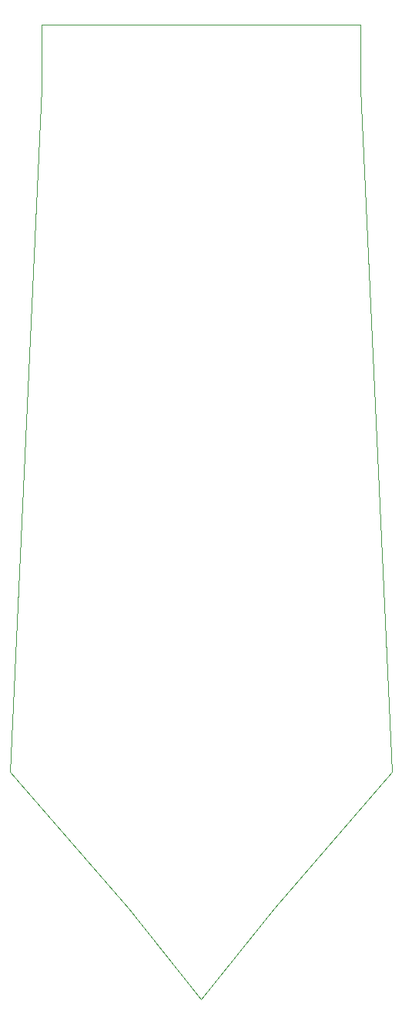
<source format=gm1>
G04 #@! TF.GenerationSoftware,KiCad,Pcbnew,(5.1.2)-2*
G04 #@! TF.CreationDate,2022-02-14T19:05:23-05:00*
G04 #@! TF.ProjectId,FWA_2022_Compass_Badge_LWL-003-E10,4657415f-3230-4323-925f-436f6d706173,B*
G04 #@! TF.SameCoordinates,Original*
G04 #@! TF.FileFunction,Profile,NP*
%FSLAX46Y46*%
G04 Gerber Fmt 4.6, Leading zero omitted, Abs format (unit mm)*
G04 Created by KiCad (PCBNEW (5.1.2)-2) date 2022-02-14 19:05:23*
%MOMM*%
%LPD*%
G04 APERTURE LIST*
%ADD10C,0.100000*%
G04 APERTURE END LIST*
D10*
X107500000Y-43000000D02*
X107500000Y-50000000D01*
X72500000Y-43000000D02*
X107500000Y-43000000D01*
X98000000Y-140000000D02*
X90000000Y-150000000D01*
X82000000Y-140000000D02*
X69000000Y-125000000D01*
X69000000Y-125000000D02*
X72500000Y-50000000D01*
X90000000Y-150000000D02*
X82000000Y-140000000D01*
X111000000Y-125000000D02*
X98000000Y-140000000D01*
X107500000Y-50000000D02*
X111000000Y-125000000D01*
X72500000Y-50000000D02*
X72500000Y-43000000D01*
M02*

</source>
